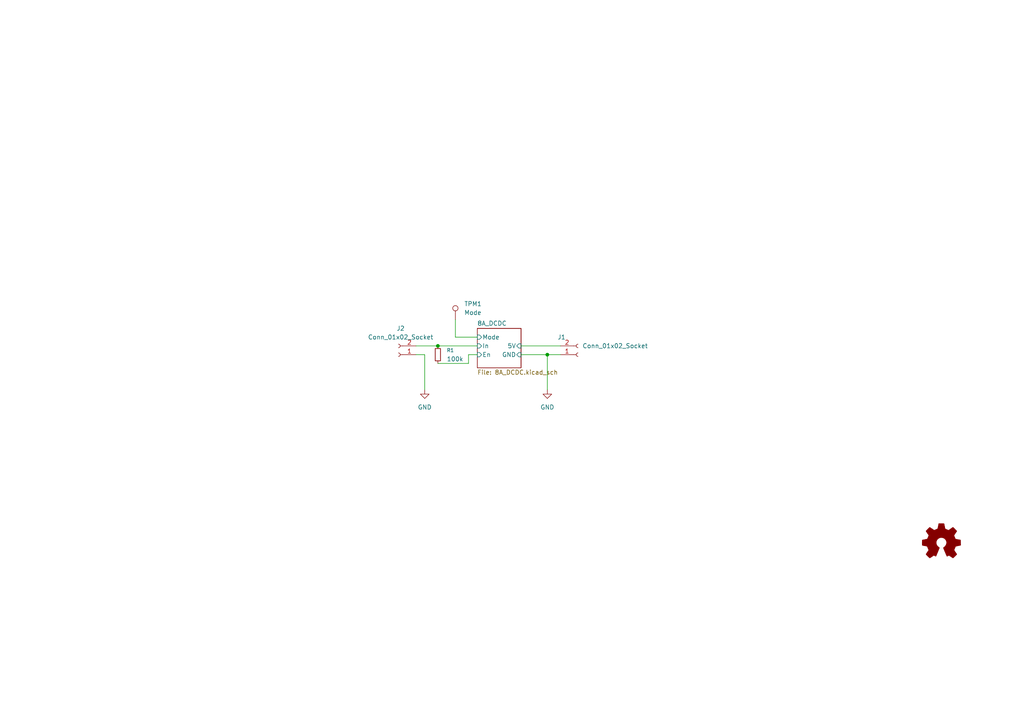
<source format=kicad_sch>
(kicad_sch
	(version 20250114)
	(generator "eeschema")
	(generator_version "9.0")
	(uuid "57732dd3-1162-4c3f-88bd-31bf473d124d")
	(paper "A4")
	(lib_symbols
		(symbol "Connector:Conn_01x02_Socket"
			(pin_names
				(offset 1.016)
				(hide yes)
			)
			(exclude_from_sim no)
			(in_bom yes)
			(on_board yes)
			(property "Reference" "J"
				(at 0 2.54 0)
				(effects
					(font
						(size 1.27 1.27)
					)
				)
			)
			(property "Value" "Conn_01x02_Socket"
				(at 0 -5.08 0)
				(effects
					(font
						(size 1.27 1.27)
					)
				)
			)
			(property "Footprint" ""
				(at 0 0 0)
				(effects
					(font
						(size 1.27 1.27)
					)
					(hide yes)
				)
			)
			(property "Datasheet" "~"
				(at 0 0 0)
				(effects
					(font
						(size 1.27 1.27)
					)
					(hide yes)
				)
			)
			(property "Description" "Generic connector, single row, 01x02, script generated"
				(at 0 0 0)
				(effects
					(font
						(size 1.27 1.27)
					)
					(hide yes)
				)
			)
			(property "ki_locked" ""
				(at 0 0 0)
				(effects
					(font
						(size 1.27 1.27)
					)
				)
			)
			(property "ki_keywords" "connector"
				(at 0 0 0)
				(effects
					(font
						(size 1.27 1.27)
					)
					(hide yes)
				)
			)
			(property "ki_fp_filters" "Connector*:*_1x??_*"
				(at 0 0 0)
				(effects
					(font
						(size 1.27 1.27)
					)
					(hide yes)
				)
			)
			(symbol "Conn_01x02_Socket_1_1"
				(polyline
					(pts
						(xy -1.27 0) (xy -0.508 0)
					)
					(stroke
						(width 0.1524)
						(type default)
					)
					(fill
						(type none)
					)
				)
				(polyline
					(pts
						(xy -1.27 -2.54) (xy -0.508 -2.54)
					)
					(stroke
						(width 0.1524)
						(type default)
					)
					(fill
						(type none)
					)
				)
				(arc
					(start 0 -0.508)
					(mid -0.5058 0)
					(end 0 0.508)
					(stroke
						(width 0.1524)
						(type default)
					)
					(fill
						(type none)
					)
				)
				(arc
					(start 0 -3.048)
					(mid -0.5058 -2.54)
					(end 0 -2.032)
					(stroke
						(width 0.1524)
						(type default)
					)
					(fill
						(type none)
					)
				)
				(pin passive line
					(at -5.08 0 0)
					(length 3.81)
					(name "Pin_1"
						(effects
							(font
								(size 1.27 1.27)
							)
						)
					)
					(number "1"
						(effects
							(font
								(size 1.27 1.27)
							)
						)
					)
				)
				(pin passive line
					(at -5.08 -2.54 0)
					(length 3.81)
					(name "Pin_2"
						(effects
							(font
								(size 1.27 1.27)
							)
						)
					)
					(number "2"
						(effects
							(font
								(size 1.27 1.27)
							)
						)
					)
				)
			)
			(embedded_fonts no)
		)
		(symbol "Connector:TestPoint"
			(pin_numbers
				(hide yes)
			)
			(pin_names
				(offset 0.762)
				(hide yes)
			)
			(exclude_from_sim no)
			(in_bom yes)
			(on_board yes)
			(property "Reference" "TP"
				(at 0 6.858 0)
				(effects
					(font
						(size 1.27 1.27)
					)
				)
			)
			(property "Value" "TestPoint"
				(at 0 5.08 0)
				(effects
					(font
						(size 1.27 1.27)
					)
				)
			)
			(property "Footprint" ""
				(at 5.08 0 0)
				(effects
					(font
						(size 1.27 1.27)
					)
					(hide yes)
				)
			)
			(property "Datasheet" "~"
				(at 5.08 0 0)
				(effects
					(font
						(size 1.27 1.27)
					)
					(hide yes)
				)
			)
			(property "Description" "test point"
				(at 0 0 0)
				(effects
					(font
						(size 1.27 1.27)
					)
					(hide yes)
				)
			)
			(property "ki_keywords" "test point tp"
				(at 0 0 0)
				(effects
					(font
						(size 1.27 1.27)
					)
					(hide yes)
				)
			)
			(property "ki_fp_filters" "Pin* Test*"
				(at 0 0 0)
				(effects
					(font
						(size 1.27 1.27)
					)
					(hide yes)
				)
			)
			(symbol "TestPoint_0_1"
				(circle
					(center 0 3.302)
					(radius 0.762)
					(stroke
						(width 0)
						(type default)
					)
					(fill
						(type none)
					)
				)
			)
			(symbol "TestPoint_1_1"
				(pin passive line
					(at 0 0 90)
					(length 2.54)
					(name "1"
						(effects
							(font
								(size 1.27 1.27)
							)
						)
					)
					(number "1"
						(effects
							(font
								(size 1.27 1.27)
							)
						)
					)
				)
			)
			(embedded_fonts no)
		)
		(symbol "Device:R_Small"
			(pin_numbers
				(hide yes)
			)
			(pin_names
				(offset 0.254)
				(hide yes)
			)
			(exclude_from_sim no)
			(in_bom yes)
			(on_board yes)
			(property "Reference" "R"
				(at 0 0 90)
				(effects
					(font
						(size 1.016 1.016)
					)
				)
			)
			(property "Value" "R_Small"
				(at 1.778 0 90)
				(effects
					(font
						(size 1.27 1.27)
					)
				)
			)
			(property "Footprint" ""
				(at 0 0 0)
				(effects
					(font
						(size 1.27 1.27)
					)
					(hide yes)
				)
			)
			(property "Datasheet" "~"
				(at 0 0 0)
				(effects
					(font
						(size 1.27 1.27)
					)
					(hide yes)
				)
			)
			(property "Description" "Resistor, small symbol"
				(at 0 0 0)
				(effects
					(font
						(size 1.27 1.27)
					)
					(hide yes)
				)
			)
			(property "ki_keywords" "R resistor"
				(at 0 0 0)
				(effects
					(font
						(size 1.27 1.27)
					)
					(hide yes)
				)
			)
			(property "ki_fp_filters" "R_*"
				(at 0 0 0)
				(effects
					(font
						(size 1.27 1.27)
					)
					(hide yes)
				)
			)
			(symbol "R_Small_0_1"
				(rectangle
					(start -0.762 1.778)
					(end 0.762 -1.778)
					(stroke
						(width 0.2032)
						(type default)
					)
					(fill
						(type none)
					)
				)
			)
			(symbol "R_Small_1_1"
				(pin passive line
					(at 0 2.54 270)
					(length 0.762)
					(name "~"
						(effects
							(font
								(size 1.27 1.27)
							)
						)
					)
					(number "1"
						(effects
							(font
								(size 1.27 1.27)
							)
						)
					)
				)
				(pin passive line
					(at 0 -2.54 90)
					(length 0.762)
					(name "~"
						(effects
							(font
								(size 1.27 1.27)
							)
						)
					)
					(number "2"
						(effects
							(font
								(size 1.27 1.27)
							)
						)
					)
				)
			)
			(embedded_fonts no)
		)
		(symbol "Graphic:Logo_Open_Hardware_Small"
			(pin_names
				(offset 1.016)
			)
			(exclude_from_sim no)
			(in_bom yes)
			(on_board yes)
			(property "Reference" "#LOGO"
				(at 0 6.985 0)
				(effects
					(font
						(size 1.27 1.27)
					)
					(hide yes)
				)
			)
			(property "Value" "Logo_Open_Hardware_Small"
				(at 0 -5.715 0)
				(effects
					(font
						(size 1.27 1.27)
					)
					(hide yes)
				)
			)
			(property "Footprint" ""
				(at 0 0 0)
				(effects
					(font
						(size 1.27 1.27)
					)
					(hide yes)
				)
			)
			(property "Datasheet" "~"
				(at 0 0 0)
				(effects
					(font
						(size 1.27 1.27)
					)
					(hide yes)
				)
			)
			(property "Description" "Open Hardware logo, small"
				(at 0 0 0)
				(effects
					(font
						(size 1.27 1.27)
					)
					(hide yes)
				)
			)
			(property "ki_keywords" "Logo"
				(at 0 0 0)
				(effects
					(font
						(size 1.27 1.27)
					)
					(hide yes)
				)
			)
			(symbol "Logo_Open_Hardware_Small_0_1"
				(polyline
					(pts
						(xy 3.3528 -4.3434) (xy 3.302 -4.318) (xy 3.175 -4.2418) (xy 2.9972 -4.1148) (xy 2.7686 -3.9624)
						(xy 2.54 -3.81) (xy 2.3622 -3.7084) (xy 2.2352 -3.6068) (xy 2.1844 -3.5814) (xy 2.159 -3.6068)
						(xy 2.0574 -3.6576) (xy 1.905 -3.7338) (xy 1.8034 -3.7846) (xy 1.6764 -3.8354) (xy 1.6002 -3.8354)
						(xy 1.6002 -3.8354) (xy 1.5494 -3.7338) (xy 1.4732 -3.5306) (xy 1.3462 -3.302) (xy 1.2446 -3.0226)
						(xy 1.1176 -2.7178) (xy 0.9652 -2.413) (xy 0.8636 -2.1082) (xy 0.7366 -1.8288) (xy 0.6604 -1.6256)
						(xy 0.6096 -1.4732) (xy 0.5842 -1.397) (xy 0.5842 -1.397) (xy 0.6604 -1.3208) (xy 0.7874 -1.2446)
						(xy 1.0414 -1.016) (xy 1.2954 -0.6858) (xy 1.4478 -0.3302) (xy 1.524 0.0762) (xy 1.4732 0.4572)
						(xy 1.3208 0.8128) (xy 1.0668 1.143) (xy 0.762 1.3716) (xy 0.4064 1.524) (xy 0 1.5748) (xy -0.381 1.5494)
						(xy -0.7366 1.397) (xy -1.0668 1.143) (xy -1.2192 0.9906) (xy -1.397 0.6604) (xy -1.524 0.3048)
						(xy -1.524 0.2286) (xy -1.4986 -0.1778) (xy -1.397 -0.5334) (xy -1.1938 -0.8636) (xy -0.9144 -1.143)
						(xy -0.8636 -1.1684) (xy -0.7366 -1.27) (xy -0.635 -1.3462) (xy -0.5842 -1.397) (xy -1.0668 -2.5908)
						(xy -1.143 -2.794) (xy -1.2954 -3.1242) (xy -1.397 -3.4036) (xy -1.4986 -3.6322) (xy -1.5748 -3.7846)
						(xy -1.6002 -3.8354) (xy -1.6002 -3.8354) (xy -1.651 -3.8354) (xy -1.7272 -3.81) (xy -1.905 -3.7338)
						(xy -2.0066 -3.683) (xy -2.1336 -3.6068) (xy -2.2098 -3.5814) (xy -2.2606 -3.6068) (xy -2.3622 -3.683)
						(xy -2.54 -3.81) (xy -2.7686 -3.9624) (xy -2.9718 -4.0894) (xy -3.1496 -4.2164) (xy -3.302 -4.318)
						(xy -3.3528 -4.3434) (xy -3.3782 -4.3434) (xy -3.429 -4.318) (xy -3.5306 -4.2164) (xy -3.7084 -4.064)
						(xy -3.937 -3.8354) (xy -3.9624 -3.81) (xy -4.1656 -3.6068) (xy -4.318 -3.4544) (xy -4.4196 -3.3274)
						(xy -4.445 -3.2766) (xy -4.445 -3.2766) (xy -4.4196 -3.2258) (xy -4.318 -3.0734) (xy -4.2164 -2.8956)
						(xy -4.064 -2.667) (xy -3.6576 -2.0828) (xy -3.8862 -1.5494) (xy -3.937 -1.3716) (xy -4.0386 -1.1684)
						(xy -4.0894 -1.0414) (xy -4.1148 -0.9652) (xy -4.191 -0.9398) (xy -4.318 -0.9144) (xy -4.5466 -0.8636)
						(xy -4.8006 -0.8128) (xy -5.0546 -0.7874) (xy -5.2578 -0.7366) (xy -5.4356 -0.7112) (xy -5.5118 -0.6858)
						(xy -5.5118 -0.6858) (xy -5.5372 -0.635) (xy -5.5372 -0.5588) (xy -5.5372 -0.4318) (xy -5.5626 -0.2286)
						(xy -5.5626 0.0762) (xy -5.5626 0.127) (xy -5.5372 0.4064) (xy -5.5372 0.635) (xy -5.5372 0.762)
						(xy -5.5372 0.8382) (xy -5.5372 0.8382) (xy -5.461 0.8382) (xy -5.3086 0.889) (xy -5.08 0.9144)
						(xy -4.826 0.9652) (xy -4.8006 0.9906) (xy -4.5466 1.0414) (xy -4.318 1.0668) (xy -4.1656 1.1176)
						(xy -4.0894 1.143) (xy -4.0894 1.143) (xy -4.0386 1.2446) (xy -3.9624 1.4224) (xy -3.8608 1.6256)
						(xy -3.7846 1.8288) (xy -3.7084 2.0066) (xy -3.6576 2.159) (xy -3.6322 2.2098) (xy -3.6322 2.2098)
						(xy -3.683 2.286) (xy -3.7592 2.413) (xy -3.8862 2.5908) (xy -4.064 2.8194) (xy -4.064 2.8448)
						(xy -4.2164 3.0734) (xy -4.3434 3.2512) (xy -4.4196 3.3782) (xy -4.445 3.4544) (xy -4.445 3.4544)
						(xy -4.3942 3.5052) (xy -4.2926 3.6322) (xy -4.1148 3.81) (xy -3.937 4.0132) (xy -3.8608 4.064)
						(xy -3.6576 4.2926) (xy -3.5052 4.4196) (xy -3.4036 4.4958) (xy -3.3528 4.5212) (xy -3.3528 4.5212)
						(xy -3.302 4.4704) (xy -3.1496 4.3688) (xy -2.9718 4.2418) (xy -2.7432 4.0894) (xy -2.7178 4.0894)
						(xy -2.4892 3.937) (xy -2.3114 3.81) (xy -2.1844 3.7084) (xy -2.1336 3.683) (xy -2.1082 3.683)
						(xy -2.032 3.7084) (xy -1.8542 3.7592) (xy -1.6764 3.8354) (xy -1.4732 3.937) (xy -1.27 4.0132)
						(xy -1.143 4.064) (xy -1.0668 4.1148) (xy -1.0668 4.1148) (xy -1.0414 4.191) (xy -1.016 4.3434)
						(xy -0.9652 4.572) (xy -0.9144 4.8514) (xy -0.889 4.9022) (xy -0.8382 5.1562) (xy -0.8128 5.3848)
						(xy -0.7874 5.5372) (xy -0.762 5.588) (xy -0.7112 5.6134) (xy -0.5842 5.6134) (xy -0.4064 5.6134)
						(xy -0.1524 5.6134) (xy 0.0762 5.6134) (xy 0.3302 5.6134) (xy 0.5334 5.6134) (xy 0.6858 5.588)
						(xy 0.7366 5.588) (xy 0.7366 5.588) (xy 0.762 5.5118) (xy 0.8128 5.334) (xy 0.8382 5.1054) (xy 0.9144 4.826)
						(xy 0.9144 4.7752) (xy 0.9652 4.5212) (xy 1.016 4.2926) (xy 1.0414 4.1402) (xy 1.0668 4.0894)
						(xy 1.0668 4.0894) (xy 1.1938 4.0386) (xy 1.3716 3.9624) (xy 1.5748 3.8608) (xy 2.0828 3.6576)
						(xy 2.7178 4.0894) (xy 2.7686 4.1402) (xy 2.9972 4.2926) (xy 3.175 4.4196) (xy 3.302 4.4958) (xy 3.3782 4.5212)
						(xy 3.3782 4.5212) (xy 3.429 4.4704) (xy 3.556 4.3434) (xy 3.7338 4.191) (xy 3.9116 3.9878) (xy 4.064 3.8354)
						(xy 4.2418 3.6576) (xy 4.3434 3.556) (xy 4.4196 3.4798) (xy 4.4196 3.429) (xy 4.4196 3.4036) (xy 4.3942 3.3274)
						(xy 4.2926 3.2004) (xy 4.1656 2.9972) (xy 4.0132 2.794) (xy 3.8862 2.5908) (xy 3.7592 2.3876)
						(xy 3.6576 2.2352) (xy 3.6322 2.159) (xy 3.6322 2.1336) (xy 3.683 2.0066) (xy 3.7592 1.8288) (xy 3.8608 1.6002)
						(xy 4.064 1.1176) (xy 4.3942 1.0414) (xy 4.5974 1.016) (xy 4.8768 0.9652) (xy 5.1308 0.9144) (xy 5.5372 0.8382)
						(xy 5.5626 -0.6604) (xy 5.4864 -0.6858) (xy 5.4356 -0.6858) (xy 5.2832 -0.7366) (xy 5.0546 -0.762)
						(xy 4.8006 -0.8128) (xy 4.5974 -0.8636) (xy 4.3688 -0.9144) (xy 4.2164 -0.9398) (xy 4.1402 -0.9398)
						(xy 4.1148 -0.9652) (xy 4.064 -1.0668) (xy 3.9878 -1.2446) (xy 3.9116 -1.4478) (xy 3.81 -1.651)
						(xy 3.7338 -1.8542) (xy 3.683 -2.0066) (xy 3.6576 -2.0828) (xy 3.683 -2.1336) (xy 3.7846 -2.2606)
						(xy 3.8862 -2.4638) (xy 4.0386 -2.667) (xy 4.191 -2.8956) (xy 4.318 -3.0734) (xy 4.3942 -3.2004)
						(xy 4.445 -3.2766) (xy 4.4196 -3.3274) (xy 4.3434 -3.429) (xy 4.1656 -3.5814) (xy 3.937 -3.8354)
						(xy 3.8862 -3.8608) (xy 3.683 -4.064) (xy 3.5306 -4.2164) (xy 3.4036 -4.318) (xy 3.3528 -4.3434)
					)
					(stroke
						(width 0)
						(type default)
					)
					(fill
						(type outline)
					)
				)
			)
			(embedded_fonts no)
		)
		(symbol "power:GND"
			(power)
			(pin_names
				(offset 0)
			)
			(exclude_from_sim no)
			(in_bom yes)
			(on_board yes)
			(property "Reference" "#PWR"
				(at 0 -6.35 0)
				(effects
					(font
						(size 1.27 1.27)
					)
					(hide yes)
				)
			)
			(property "Value" "GND"
				(at 0 -3.81 0)
				(effects
					(font
						(size 1.27 1.27)
					)
				)
			)
			(property "Footprint" ""
				(at 0 0 0)
				(effects
					(font
						(size 1.27 1.27)
					)
					(hide yes)
				)
			)
			(property "Datasheet" ""
				(at 0 0 0)
				(effects
					(font
						(size 1.27 1.27)
					)
					(hide yes)
				)
			)
			(property "Description" "Power symbol creates a global label with name \"GND\" , ground"
				(at 0 0 0)
				(effects
					(font
						(size 1.27 1.27)
					)
					(hide yes)
				)
			)
			(property "ki_keywords" "power-flag"
				(at 0 0 0)
				(effects
					(font
						(size 1.27 1.27)
					)
					(hide yes)
				)
			)
			(symbol "GND_0_1"
				(polyline
					(pts
						(xy 0 0) (xy 0 -1.27) (xy 1.27 -1.27) (xy 0 -2.54) (xy -1.27 -1.27) (xy 0 -1.27)
					)
					(stroke
						(width 0)
						(type default)
					)
					(fill
						(type none)
					)
				)
			)
			(symbol "GND_1_1"
				(pin power_in line
					(at 0 0 270)
					(length 0)
					(hide yes)
					(name "GND"
						(effects
							(font
								(size 1.27 1.27)
							)
						)
					)
					(number "1"
						(effects
							(font
								(size 1.27 1.27)
							)
						)
					)
				)
			)
			(embedded_fonts no)
		)
	)
	(junction
		(at 127 100.33)
		(diameter 0)
		(color 0 0 0 0)
		(uuid "8d245b2b-50bf-4cb3-9a15-474fe80b94db")
	)
	(junction
		(at 158.75 102.87)
		(diameter 0)
		(color 0 0 0 0)
		(uuid "e18b5ef8-1adf-4de8-88bd-705bad20cca5")
	)
	(wire
		(pts
			(xy 135.89 105.41) (xy 135.89 102.87)
		)
		(stroke
			(width 0)
			(type default)
		)
		(uuid "200b24e4-896f-4658-b073-3dd8af27b436")
	)
	(wire
		(pts
			(xy 158.75 102.87) (xy 162.56 102.87)
		)
		(stroke
			(width 0)
			(type default)
		)
		(uuid "2b88c26e-db23-4855-a1ce-d8c008abe95d")
	)
	(wire
		(pts
			(xy 127 105.41) (xy 135.89 105.41)
		)
		(stroke
			(width 0)
			(type default)
		)
		(uuid "41a8550c-5a41-4bd1-b3a7-fae56cd54ebf")
	)
	(wire
		(pts
			(xy 132.08 97.79) (xy 132.08 92.71)
		)
		(stroke
			(width 0)
			(type default)
		)
		(uuid "4c1e394c-8f99-4ceb-bd5f-5ff649306590")
	)
	(wire
		(pts
			(xy 158.75 102.87) (xy 158.75 113.03)
		)
		(stroke
			(width 0)
			(type default)
		)
		(uuid "5a1fc14d-1d6f-444c-82b2-77ce3f0eeb3f")
	)
	(wire
		(pts
			(xy 135.89 102.87) (xy 138.43 102.87)
		)
		(stroke
			(width 0)
			(type default)
		)
		(uuid "8a7d5204-ec3d-425f-a4cf-ff08f5120748")
	)
	(wire
		(pts
			(xy 120.65 100.33) (xy 127 100.33)
		)
		(stroke
			(width 0)
			(type default)
		)
		(uuid "a5d6c6de-b179-416d-b13f-4b90cecf743d")
	)
	(wire
		(pts
			(xy 151.13 102.87) (xy 158.75 102.87)
		)
		(stroke
			(width 0)
			(type default)
		)
		(uuid "b5f50e6e-6728-4454-96f5-44e0bc388ce5")
	)
	(wire
		(pts
			(xy 120.65 102.87) (xy 123.19 102.87)
		)
		(stroke
			(width 0)
			(type default)
		)
		(uuid "d6f2d149-9a3d-4b9e-bd67-3664d9a6a843")
	)
	(wire
		(pts
			(xy 138.43 97.79) (xy 132.08 97.79)
		)
		(stroke
			(width 0)
			(type default)
		)
		(uuid "dc39b34b-ef3d-4c6a-82a8-ae2005547d98")
	)
	(wire
		(pts
			(xy 127 100.33) (xy 138.43 100.33)
		)
		(stroke
			(width 0)
			(type default)
		)
		(uuid "e0638df0-29d0-455d-9d81-0d2db435ce10")
	)
	(wire
		(pts
			(xy 123.19 102.87) (xy 123.19 113.03)
		)
		(stroke
			(width 0)
			(type default)
		)
		(uuid "e11a892f-3a1c-44c6-90cb-c3662737cc6c")
	)
	(wire
		(pts
			(xy 151.13 100.33) (xy 162.56 100.33)
		)
		(stroke
			(width 0)
			(type default)
		)
		(uuid "ed6fb4f0-7e7b-411e-be68-8e2de279a349")
	)
	(symbol
		(lib_id "Connector:TestPoint")
		(at 132.08 92.71 0)
		(unit 1)
		(exclude_from_sim no)
		(in_bom yes)
		(on_board yes)
		(dnp no)
		(fields_autoplaced yes)
		(uuid "53b36d44-ecf4-43b7-ad09-d6c5e9eac9a8")
		(property "Reference" "TPM1"
			(at 134.62 88.1379 0)
			(effects
				(font
					(size 1.27 1.27)
				)
				(justify left)
			)
		)
		(property "Value" "Mode"
			(at 134.62 90.6779 0)
			(effects
				(font
					(size 1.27 1.27)
				)
				(justify left)
			)
		)
		(property "Footprint" "TestPoint:TestPoint_Pad_2.0x2.0mm"
			(at 137.16 92.71 0)
			(effects
				(font
					(size 1.27 1.27)
				)
				(hide yes)
			)
		)
		(property "Datasheet" "~"
			(at 137.16 92.71 0)
			(effects
				(font
					(size 1.27 1.27)
				)
				(hide yes)
			)
		)
		(property "Description" "test point"
			(at 132.08 92.71 0)
			(effects
				(font
					(size 1.27 1.27)
				)
				(hide yes)
			)
		)
		(pin "1"
			(uuid "d438b07e-e03d-4cc1-b5f9-2ee0f2787df9")
		)
		(instances
			(project ""
				(path "/57732dd3-1162-4c3f-88bd-31bf473d124d"
					(reference "TPM1")
					(unit 1)
				)
			)
		)
	)
	(symbol
		(lib_id "Device:R_Small")
		(at 127 102.87 0)
		(unit 1)
		(exclude_from_sim no)
		(in_bom yes)
		(on_board yes)
		(dnp no)
		(fields_autoplaced yes)
		(uuid "699477f8-8dd1-4eed-9623-5de0e1564809")
		(property "Reference" "R1"
			(at 129.54 101.5999 0)
			(effects
				(font
					(size 1.016 1.016)
				)
				(justify left)
			)
		)
		(property "Value" "100k"
			(at 129.54 104.1399 0)
			(effects
				(font
					(size 1.27 1.27)
				)
				(justify left)
			)
		)
		(property "Footprint" "Resistor_SMD:R_0603_1608Metric"
			(at 127 102.87 0)
			(effects
				(font
					(size 1.27 1.27)
				)
				(hide yes)
			)
		)
		(property "Datasheet" "~"
			(at 127 102.87 0)
			(effects
				(font
					(size 1.27 1.27)
				)
				(hide yes)
			)
		)
		(property "Description" "Resistor, small symbol"
			(at 127 102.87 0)
			(effects
				(font
					(size 1.27 1.27)
				)
				(hide yes)
			)
		)
		(property "lcsc" "C25803"
			(at 127 102.87 0)
			(effects
				(font
					(size 1.27 1.27)
				)
				(hide yes)
			)
		)
		(pin "1"
			(uuid "6b43a82c-1f51-4917-b3c7-588d0d0b9a0a")
		)
		(pin "2"
			(uuid "87088c08-f849-4348-a736-cf6b58be469c")
		)
		(instances
			(project "board"
				(path "/57732dd3-1162-4c3f-88bd-31bf473d124d"
					(reference "R1")
					(unit 1)
				)
			)
		)
	)
	(symbol
		(lib_id "power:GND")
		(at 123.19 113.03 0)
		(unit 1)
		(exclude_from_sim no)
		(in_bom yes)
		(on_board yes)
		(dnp no)
		(fields_autoplaced yes)
		(uuid "80cbdb91-8000-497c-8a8b-33586a0f188d")
		(property "Reference" "#PWR01"
			(at 123.19 119.38 0)
			(effects
				(font
					(size 1.27 1.27)
				)
				(hide yes)
			)
		)
		(property "Value" "GND"
			(at 123.19 118.11 0)
			(effects
				(font
					(size 1.27 1.27)
				)
			)
		)
		(property "Footprint" ""
			(at 123.19 113.03 0)
			(effects
				(font
					(size 1.27 1.27)
				)
				(hide yes)
			)
		)
		(property "Datasheet" ""
			(at 123.19 113.03 0)
			(effects
				(font
					(size 1.27 1.27)
				)
				(hide yes)
			)
		)
		(property "Description" ""
			(at 123.19 113.03 0)
			(effects
				(font
					(size 1.27 1.27)
				)
				(hide yes)
			)
		)
		(pin "1"
			(uuid "90db3a14-1814-4480-88db-1d5bbf9cdb17")
		)
		(instances
			(project "board"
				(path "/57732dd3-1162-4c3f-88bd-31bf473d124d"
					(reference "#PWR01")
					(unit 1)
				)
			)
		)
	)
	(symbol
		(lib_id "Connector:Conn_01x02_Socket")
		(at 115.57 102.87 180)
		(unit 1)
		(exclude_from_sim no)
		(in_bom yes)
		(on_board yes)
		(dnp no)
		(uuid "83d6028d-bc5a-43ba-813d-6c5088b0cea6")
		(property "Reference" "J2"
			(at 116.205 95.25 0)
			(effects
				(font
					(size 1.27 1.27)
				)
			)
		)
		(property "Value" "Conn_01x02_Socket"
			(at 116.205 97.79 0)
			(effects
				(font
					(size 1.27 1.27)
				)
			)
		)
		(property "Footprint" "TerminalBlock:TerminalBlock_MaiXu_MX126-5.0-02P_1x02_P5.00mm"
			(at 115.57 102.87 0)
			(effects
				(font
					(size 1.27 1.27)
				)
				(hide yes)
			)
		)
		(property "Datasheet" "~"
			(at 115.57 102.87 0)
			(effects
				(font
					(size 1.27 1.27)
				)
				(hide yes)
			)
		)
		(property "Description" "Generic connector, single row, 01x02, script generated"
			(at 115.57 102.87 0)
			(effects
				(font
					(size 1.27 1.27)
				)
				(hide yes)
			)
		)
		(pin "2"
			(uuid "3206f2bc-3e6e-4651-ade6-695103cd8771")
		)
		(pin "1"
			(uuid "304d9df4-d79f-45a7-9107-48c2d7ab15c3")
		)
		(instances
			(project "board"
				(path "/57732dd3-1162-4c3f-88bd-31bf473d124d"
					(reference "J2")
					(unit 1)
				)
			)
		)
	)
	(symbol
		(lib_id "power:GND")
		(at 158.75 113.03 0)
		(unit 1)
		(exclude_from_sim no)
		(in_bom yes)
		(on_board yes)
		(dnp no)
		(fields_autoplaced yes)
		(uuid "971afa99-5d33-4a72-a8e1-edd3c45138ed")
		(property "Reference" "#PWR0101"
			(at 158.75 119.38 0)
			(effects
				(font
					(size 1.27 1.27)
				)
				(hide yes)
			)
		)
		(property "Value" "GND"
			(at 158.75 118.11 0)
			(effects
				(font
					(size 1.27 1.27)
				)
			)
		)
		(property "Footprint" ""
			(at 158.75 113.03 0)
			(effects
				(font
					(size 1.27 1.27)
				)
				(hide yes)
			)
		)
		(property "Datasheet" ""
			(at 158.75 113.03 0)
			(effects
				(font
					(size 1.27 1.27)
				)
				(hide yes)
			)
		)
		(property "Description" ""
			(at 158.75 113.03 0)
			(effects
				(font
					(size 1.27 1.27)
				)
				(hide yes)
			)
		)
		(pin "1"
			(uuid "0e12e353-ffd6-4e27-8957-653e209f57b0")
		)
		(instances
			(project "board"
				(path "/57732dd3-1162-4c3f-88bd-31bf473d124d"
					(reference "#PWR0101")
					(unit 1)
				)
			)
		)
	)
	(symbol
		(lib_id "Graphic:Logo_Open_Hardware_Small")
		(at 273.05 157.48 0)
		(unit 1)
		(exclude_from_sim no)
		(in_bom yes)
		(on_board yes)
		(dnp no)
		(fields_autoplaced yes)
		(uuid "b72b6f4a-7489-40f2-bb90-d75ae01aa368")
		(property "Reference" "LOGO1"
			(at 273.05 150.495 0)
			(effects
				(font
					(size 1.27 1.27)
				)
				(hide yes)
			)
		)
		(property "Value" "Logo_Open_Hardware_Small"
			(at 273.05 163.195 0)
			(effects
				(font
					(size 1.27 1.27)
				)
				(hide yes)
			)
		)
		(property "Footprint" "Symbol:OSHW-Symbol_6.7x6mm_SilkScreen"
			(at 273.05 157.48 0)
			(effects
				(font
					(size 1.27 1.27)
				)
				(hide yes)
			)
		)
		(property "Datasheet" "~"
			(at 273.05 157.48 0)
			(effects
				(font
					(size 1.27 1.27)
				)
				(hide yes)
			)
		)
		(property "Description" ""
			(at 273.05 157.48 0)
			(effects
				(font
					(size 1.27 1.27)
				)
				(hide yes)
			)
		)
		(instances
			(project "board"
				(path "/57732dd3-1162-4c3f-88bd-31bf473d124d"
					(reference "LOGO1")
					(unit 1)
				)
			)
		)
	)
	(symbol
		(lib_id "Connector:Conn_01x02_Socket")
		(at 167.64 102.87 0)
		(mirror x)
		(unit 1)
		(exclude_from_sim no)
		(in_bom yes)
		(on_board yes)
		(dnp no)
		(uuid "db4c4b8e-2495-4ede-b155-c9ece90f08f2")
		(property "Reference" "J1"
			(at 164.084 97.79 0)
			(effects
				(font
					(size 1.27 1.27)
				)
				(justify right)
			)
		)
		(property "Value" "Conn_01x02_Socket"
			(at 168.91 100.3301 0)
			(effects
				(font
					(size 1.27 1.27)
				)
				(justify left)
			)
		)
		(property "Footprint" "TerminalBlock:TerminalBlock_MaiXu_MX126-5.0-02P_1x02_P5.00mm"
			(at 167.64 102.87 0)
			(effects
				(font
					(size 1.27 1.27)
				)
				(hide yes)
			)
		)
		(property "Datasheet" "~"
			(at 167.64 102.87 0)
			(effects
				(font
					(size 1.27 1.27)
				)
				(hide yes)
			)
		)
		(property "Description" "Generic connector, single row, 01x02, script generated"
			(at 167.64 102.87 0)
			(effects
				(font
					(size 1.27 1.27)
				)
				(hide yes)
			)
		)
		(pin "2"
			(uuid "16d109ca-ef8b-4d0a-9fa7-77dc04bd6736")
		)
		(pin "1"
			(uuid "dbcf589c-852e-4d61-aa25-e5e988bde97f")
		)
		(instances
			(project ""
				(path "/57732dd3-1162-4c3f-88bd-31bf473d124d"
					(reference "J1")
					(unit 1)
				)
			)
		)
	)
	(sheet
		(at 138.43 95.25)
		(size 12.7 11.43)
		(exclude_from_sim no)
		(in_bom yes)
		(on_board yes)
		(dnp no)
		(fields_autoplaced yes)
		(stroke
			(width 0.1524)
			(type solid)
		)
		(fill
			(color 0 0 0 0.0000)
		)
		(uuid "767ce4c6-0e55-4543-92f0-34cb8237a544")
		(property "Sheetname" "8A_DCDC"
			(at 138.43 94.5384 0)
			(effects
				(font
					(size 1.27 1.27)
				)
				(justify left bottom)
			)
		)
		(property "Sheetfile" "8A_DCDC.kicad_sch"
			(at 138.43 107.2646 0)
			(effects
				(font
					(size 1.27 1.27)
				)
				(justify left top)
			)
		)
		(pin "GND" input
			(at 151.13 102.87 0)
			(uuid "466cf29f-04d2-4303-aa26-8ec28548d2f2")
			(effects
				(font
					(size 1.27 1.27)
				)
				(justify right)
			)
		)
		(pin "5V" input
			(at 151.13 100.33 0)
			(uuid "f15a6df5-71c4-4d05-80f2-0524b03bdfd9")
			(effects
				(font
					(size 1.27 1.27)
				)
				(justify right)
			)
		)
		(pin "In" input
			(at 138.43 100.33 180)
			(uuid "7db18ee3-3684-416b-ac0a-5c381bd5e38f")
			(effects
				(font
					(size 1.27 1.27)
				)
				(justify left)
			)
		)
		(pin "En" input
			(at 138.43 102.87 180)
			(uuid "390141ab-11e8-411c-a7cc-f8c84383f76d")
			(effects
				(font
					(size 1.27 1.27)
				)
				(justify left)
			)
		)
		(pin "Mode" input
			(at 138.43 97.79 180)
			(uuid "a6ba8bc6-7975-4b4c-b914-09b2bfc5dcf7")
			(effects
				(font
					(size 1.27 1.27)
				)
				(justify left)
			)
		)
		(instances
			(project "board"
				(path "/57732dd3-1162-4c3f-88bd-31bf473d124d"
					(page "2")
				)
			)
		)
	)
	(sheet_instances
		(path "/"
			(page "1")
		)
	)
	(embedded_fonts no)
)

</source>
